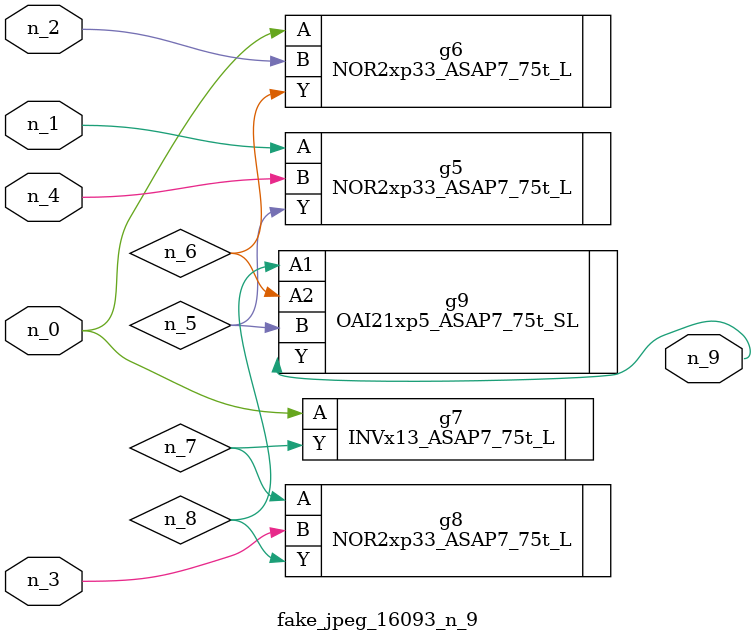
<source format=v>
module fake_jpeg_16093_n_9 (n_3, n_2, n_1, n_0, n_4, n_9);

input n_3;
input n_2;
input n_1;
input n_0;
input n_4;

output n_9;

wire n_8;
wire n_6;
wire n_5;
wire n_7;

NOR2xp33_ASAP7_75t_L g5 ( 
.A(n_1),
.B(n_4),
.Y(n_5)
);

NOR2xp33_ASAP7_75t_L g6 ( 
.A(n_0),
.B(n_2),
.Y(n_6)
);

INVx13_ASAP7_75t_L g7 ( 
.A(n_0),
.Y(n_7)
);

NOR2xp33_ASAP7_75t_L g8 ( 
.A(n_7),
.B(n_3),
.Y(n_8)
);

OAI21xp5_ASAP7_75t_SL g9 ( 
.A1(n_8),
.A2(n_6),
.B(n_5),
.Y(n_9)
);


endmodule
</source>
